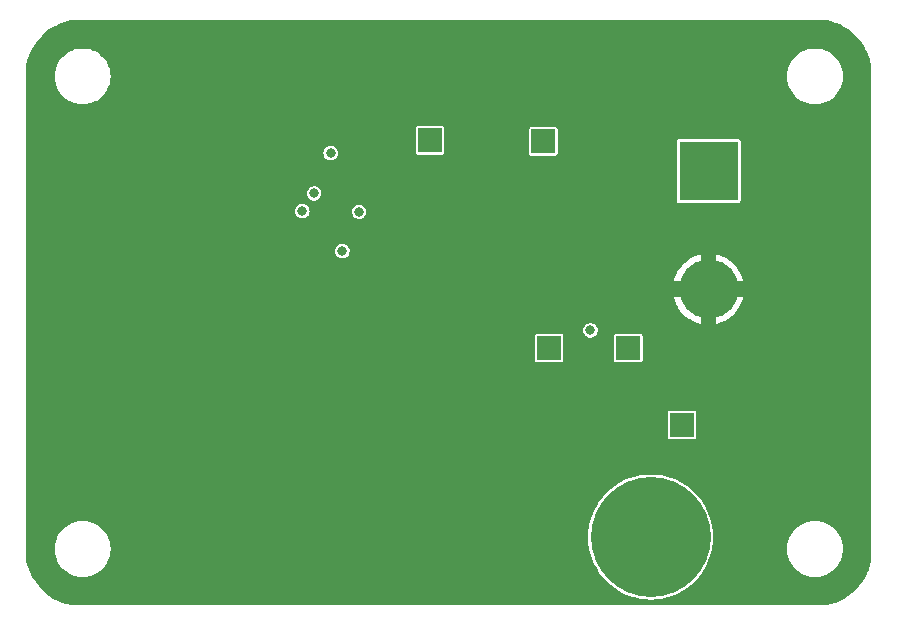
<source format=gbr>
%TF.GenerationSoftware,KiCad,Pcbnew,(6.0.8)*%
%TF.CreationDate,2023-02-08T15:19:57+01:00*%
%TF.ProjectId,power supply prototype,706f7765-7220-4737-9570-706c79207072,rev?*%
%TF.SameCoordinates,Original*%
%TF.FileFunction,Copper,L4,Bot*%
%TF.FilePolarity,Positive*%
%FSLAX46Y46*%
G04 Gerber Fmt 4.6, Leading zero omitted, Abs format (unit mm)*
G04 Created by KiCad (PCBNEW (6.0.8)) date 2023-02-08 15:19:57*
%MOMM*%
%LPD*%
G01*
G04 APERTURE LIST*
%TA.AperFunction,ComponentPad*%
%ADD10R,2.000000X2.000000*%
%TD*%
%TA.AperFunction,ComponentPad*%
%ADD11R,5.000000X5.000000*%
%TD*%
%TA.AperFunction,ComponentPad*%
%ADD12O,5.000000X5.000000*%
%TD*%
%TA.AperFunction,ComponentPad*%
%ADD13C,10.160000*%
%TD*%
%TA.AperFunction,ViaPad*%
%ADD14C,0.800000*%
%TD*%
G04 APERTURE END LIST*
D10*
%TO.P,TP4,1,1*%
%TO.N,/power supply/COMP*%
X134400000Y-78400000D03*
%TD*%
%TO.P,TP1,1,1*%
%TO.N,+BATT*%
X144000000Y-78500000D03*
%TD*%
%TO.P,TP5,1,1*%
%TO.N,Net-(L1-Pad2)*%
X144500000Y-96000000D03*
%TD*%
%TO.P,TP3,1,1*%
%TO.N,+5V*%
X155750000Y-102500000D03*
%TD*%
%TO.P,TP2,1,1*%
%TO.N,+5V*%
X151200000Y-96000000D03*
%TD*%
D11*
%TO.P,XT60,1,Pin_1*%
%TO.N,+BATT*%
X158000000Y-81000000D03*
D12*
%TO.P,XT60,2,Pin_2*%
%TO.N,-BATT*%
X158000000Y-91000000D03*
%TD*%
D13*
%TO.P,J1,2,Pin_2*%
%TO.N,+5V*%
X153100000Y-112000000D03*
%TO.P,J1,1,Pin_1*%
%TO.N,-BATT*%
X123130000Y-112000000D03*
%TD*%
D14*
%TO.N,-BATT*%
X136750000Y-77750000D03*
X136750000Y-79500000D03*
X138500000Y-90000000D03*
X137250000Y-90000000D03*
X136000000Y-90000000D03*
X134750000Y-90000000D03*
X139500000Y-88750000D03*
X139500000Y-87750000D03*
X138500000Y-88750000D03*
X138500000Y-87750000D03*
X137250000Y-88750000D03*
X137250000Y-87750000D03*
X136000000Y-88750000D03*
X136000000Y-87750000D03*
X134750000Y-88750000D03*
X134750000Y-87750000D03*
X133500000Y-88750000D03*
X133500000Y-87750000D03*
%TO.N,+5V*%
X148000000Y-94500000D03*
%TO.N,-BATT*%
X126400000Y-86800000D03*
X128500000Y-86800000D03*
X126900000Y-86000000D03*
X133400000Y-75900000D03*
X136700000Y-75900000D03*
X129000000Y-86000000D03*
X125800000Y-85900000D03*
X127400000Y-86800000D03*
X125300000Y-86700000D03*
X132100000Y-81200000D03*
X136800000Y-81800000D03*
X127900000Y-86000000D03*
%TO.N,/power supply/LX*%
X127000000Y-87800000D03*
X123600000Y-84400000D03*
%TO.N,+5V*%
X126000000Y-79500000D03*
%TO.N,/power supply/RESET*%
X124600000Y-82900000D03*
X128399248Y-84454917D03*
%TD*%
%TA.AperFunction,Conductor*%
%TO.N,-BATT*%
G36*
X167954854Y-68210550D02*
G01*
X167957286Y-68211646D01*
X167964113Y-68211474D01*
X167964119Y-68211475D01*
X167964197Y-68211473D01*
X167965455Y-68211608D01*
X167974977Y-68212559D01*
X167975758Y-68212717D01*
X167991462Y-68214406D01*
X168353278Y-68302716D01*
X168361668Y-68305141D01*
X168742622Y-68432822D01*
X168750778Y-68435943D01*
X169104228Y-68588470D01*
X169119670Y-68595134D01*
X169127536Y-68598928D01*
X169481765Y-68788506D01*
X169489285Y-68792946D01*
X169826366Y-69011580D01*
X169833488Y-69016636D01*
X170151042Y-69262784D01*
X170157710Y-69268417D01*
X170453494Y-69540343D01*
X170459657Y-69546506D01*
X170616108Y-69716683D01*
X170731580Y-69842286D01*
X170737216Y-69848958D01*
X170983364Y-70166512D01*
X170988420Y-70173634D01*
X171137325Y-70403209D01*
X171207054Y-70510715D01*
X171211491Y-70518230D01*
X171284869Y-70655337D01*
X171401072Y-70872464D01*
X171404865Y-70880328D01*
X171525107Y-71158962D01*
X171564057Y-71249221D01*
X171567178Y-71257378D01*
X171694859Y-71638332D01*
X171697284Y-71646722D01*
X171785464Y-72008003D01*
X171786992Y-72022447D01*
X171787508Y-72025052D01*
X171788423Y-72034377D01*
X171788205Y-72041974D01*
X171789439Y-72044736D01*
X171789493Y-72045289D01*
X171787215Y-89282935D01*
X171783955Y-113948817D01*
X171783908Y-113949282D01*
X171782803Y-113951735D01*
X171782976Y-113958609D01*
X171782975Y-113958616D01*
X171782976Y-113958647D01*
X171782921Y-113959162D01*
X171781899Y-113969379D01*
X171781733Y-113970200D01*
X171780043Y-113985913D01*
X171691731Y-114347724D01*
X171689306Y-114356113D01*
X171561621Y-114737071D01*
X171558503Y-114745220D01*
X171502721Y-114874483D01*
X171399311Y-115114109D01*
X171395517Y-115121976D01*
X171308876Y-115283865D01*
X171205932Y-115476217D01*
X171205931Y-115476218D01*
X171201491Y-115483737D01*
X171033434Y-115742839D01*
X170982858Y-115820814D01*
X170977803Y-115827933D01*
X170731662Y-116145476D01*
X170731657Y-116145482D01*
X170726027Y-116152147D01*
X170554180Y-116339072D01*
X170454110Y-116447922D01*
X170447935Y-116454098D01*
X170152137Y-116726038D01*
X170145502Y-116731642D01*
X169827921Y-116977813D01*
X169820814Y-116982858D01*
X169483737Y-117201490D01*
X169476218Y-117205930D01*
X169121966Y-117395522D01*
X169114117Y-117399307D01*
X168745224Y-117558502D01*
X168737067Y-117561623D01*
X168356116Y-117689305D01*
X168347727Y-117691730D01*
X167986448Y-117779913D01*
X167971994Y-117781443D01*
X167969358Y-117781965D01*
X167960100Y-117782873D01*
X167952473Y-117782655D01*
X167949698Y-117783894D01*
X167949139Y-117783949D01*
X104051168Y-117783949D01*
X104050706Y-117783903D01*
X104048265Y-117782803D01*
X104041413Y-117782975D01*
X104041412Y-117782975D01*
X104041353Y-117782976D01*
X104040396Y-117782873D01*
X104030594Y-117781894D01*
X104029795Y-117781733D01*
X104014087Y-117780043D01*
X103652276Y-117691731D01*
X103643887Y-117689306D01*
X103262929Y-117561621D01*
X103254777Y-117558502D01*
X103098968Y-117491263D01*
X102885891Y-117399311D01*
X102878024Y-117395517D01*
X102523782Y-117205931D01*
X102516262Y-117201490D01*
X102179186Y-116982858D01*
X102172065Y-116977802D01*
X102170851Y-116976861D01*
X101854512Y-116731652D01*
X101847847Y-116726022D01*
X101714083Y-116603047D01*
X101552077Y-116454109D01*
X101545902Y-116447935D01*
X101544508Y-116446418D01*
X101273962Y-116152137D01*
X101268358Y-116145502D01*
X101022187Y-115827921D01*
X101017142Y-115820814D01*
X100798510Y-115483737D01*
X100794069Y-115476217D01*
X100756266Y-115405583D01*
X100604478Y-115121966D01*
X100600693Y-115114117D01*
X100441497Y-114745222D01*
X100438377Y-114737067D01*
X100310695Y-114356116D01*
X100308270Y-114347727D01*
X100220087Y-113986448D01*
X100218557Y-113971988D01*
X100218041Y-113969386D01*
X100217127Y-113960073D01*
X100217345Y-113952473D01*
X100216111Y-113949709D01*
X100216056Y-113949152D01*
X100216171Y-113000000D01*
X102634435Y-113000000D01*
X102654673Y-113308768D01*
X102655337Y-113312104D01*
X102655337Y-113312107D01*
X102666970Y-113370587D01*
X102715040Y-113612253D01*
X102814503Y-113905263D01*
X102951361Y-114182782D01*
X103123271Y-114440065D01*
X103327293Y-114672707D01*
X103559935Y-114876729D01*
X103817218Y-115048639D01*
X103820264Y-115050141D01*
X103820269Y-115050144D01*
X103949975Y-115114108D01*
X104094737Y-115185497D01*
X104387747Y-115284960D01*
X104391082Y-115285623D01*
X104391088Y-115285625D01*
X104687893Y-115344663D01*
X104687896Y-115344663D01*
X104691232Y-115345327D01*
X104922724Y-115360500D01*
X105077276Y-115360500D01*
X105308768Y-115345327D01*
X105312104Y-115344663D01*
X105312107Y-115344663D01*
X105608912Y-115285625D01*
X105608918Y-115285623D01*
X105612253Y-115284960D01*
X105905263Y-115185497D01*
X106050025Y-115114108D01*
X106179731Y-115050144D01*
X106179736Y-115050141D01*
X106182782Y-115048639D01*
X106440065Y-114876729D01*
X106672707Y-114672707D01*
X106876729Y-114440065D01*
X106935590Y-114351974D01*
X107046748Y-114185613D01*
X107046749Y-114185612D01*
X107048639Y-114182783D01*
X107185497Y-113905263D01*
X107284960Y-113612253D01*
X107333031Y-113370587D01*
X107344663Y-113312107D01*
X107344663Y-113312104D01*
X107345327Y-113308768D01*
X107365565Y-113000000D01*
X107345327Y-112691232D01*
X107284960Y-112387747D01*
X107185497Y-112094737D01*
X107138778Y-112000000D01*
X147804460Y-112000000D01*
X147824611Y-112461537D01*
X147884911Y-112919561D01*
X147984901Y-113370587D01*
X148123820Y-113811181D01*
X148300611Y-114237992D01*
X148301656Y-114240000D01*
X148301660Y-114240008D01*
X148512878Y-114645754D01*
X148512883Y-114645763D01*
X148513928Y-114647770D01*
X148762148Y-115037397D01*
X148763522Y-115039188D01*
X148763530Y-115039199D01*
X149041998Y-115402105D01*
X149043381Y-115403907D01*
X149355488Y-115744512D01*
X149696093Y-116056619D01*
X149697891Y-116057999D01*
X149697895Y-116058002D01*
X150060801Y-116336470D01*
X150060812Y-116336478D01*
X150062603Y-116337852D01*
X150452230Y-116586072D01*
X150454237Y-116587117D01*
X150454246Y-116587122D01*
X150859992Y-116798340D01*
X150860000Y-116798344D01*
X150862008Y-116799389D01*
X151288819Y-116976180D01*
X151290973Y-116976859D01*
X151290978Y-116976861D01*
X151603506Y-117075401D01*
X151729413Y-117115099D01*
X152180439Y-117215089D01*
X152182683Y-117215384D01*
X152182692Y-117215386D01*
X152376484Y-117240899D01*
X152638463Y-117275389D01*
X153100000Y-117295540D01*
X153102267Y-117295441D01*
X153559270Y-117275488D01*
X153561537Y-117275389D01*
X153823516Y-117240899D01*
X154017308Y-117215386D01*
X154017317Y-117215384D01*
X154019561Y-117215089D01*
X154470587Y-117115099D01*
X154596494Y-117075401D01*
X154909022Y-116976861D01*
X154909027Y-116976859D01*
X154911181Y-116976180D01*
X155337992Y-116799389D01*
X155340000Y-116798344D01*
X155340008Y-116798340D01*
X155745754Y-116587122D01*
X155745763Y-116587117D01*
X155747770Y-116586072D01*
X156137397Y-116337852D01*
X156139188Y-116336478D01*
X156139199Y-116336470D01*
X156502105Y-116058002D01*
X156502109Y-116057999D01*
X156503907Y-116056619D01*
X156844512Y-115744512D01*
X157156619Y-115403907D01*
X157158002Y-115402105D01*
X157436470Y-115039199D01*
X157436478Y-115039188D01*
X157437852Y-115037397D01*
X157686072Y-114647770D01*
X157687117Y-114645763D01*
X157687122Y-114645754D01*
X157898340Y-114240008D01*
X157898344Y-114240000D01*
X157899389Y-114237992D01*
X158076180Y-113811181D01*
X158215099Y-113370587D01*
X158297256Y-113000000D01*
X164634435Y-113000000D01*
X164654673Y-113308768D01*
X164655337Y-113312104D01*
X164655337Y-113312107D01*
X164666970Y-113370587D01*
X164715040Y-113612253D01*
X164814503Y-113905263D01*
X164951361Y-114182782D01*
X165123271Y-114440065D01*
X165327293Y-114672707D01*
X165559935Y-114876729D01*
X165817218Y-115048639D01*
X165820264Y-115050141D01*
X165820269Y-115050144D01*
X165949975Y-115114108D01*
X166094737Y-115185497D01*
X166387747Y-115284960D01*
X166391082Y-115285623D01*
X166391088Y-115285625D01*
X166687893Y-115344663D01*
X166687896Y-115344663D01*
X166691232Y-115345327D01*
X166922724Y-115360500D01*
X167077276Y-115360500D01*
X167308768Y-115345327D01*
X167312104Y-115344663D01*
X167312107Y-115344663D01*
X167608912Y-115285625D01*
X167608918Y-115285623D01*
X167612253Y-115284960D01*
X167905263Y-115185497D01*
X168050025Y-115114108D01*
X168179731Y-115050144D01*
X168179736Y-115050141D01*
X168182782Y-115048639D01*
X168440065Y-114876729D01*
X168672707Y-114672707D01*
X168876729Y-114440065D01*
X168935590Y-114351974D01*
X169046748Y-114185613D01*
X169046749Y-114185612D01*
X169048639Y-114182783D01*
X169185497Y-113905263D01*
X169284960Y-113612253D01*
X169333031Y-113370587D01*
X169344663Y-113312107D01*
X169344663Y-113312104D01*
X169345327Y-113308768D01*
X169365565Y-113000000D01*
X169345327Y-112691232D01*
X169284960Y-112387747D01*
X169185497Y-112094737D01*
X169048639Y-111817218D01*
X168876729Y-111559935D01*
X168672707Y-111327293D01*
X168440065Y-111123271D01*
X168182782Y-110951361D01*
X168179736Y-110949859D01*
X168179731Y-110949856D01*
X168041685Y-110881779D01*
X167905263Y-110814503D01*
X167612253Y-110715040D01*
X167608918Y-110714377D01*
X167608912Y-110714375D01*
X167312107Y-110655337D01*
X167312104Y-110655337D01*
X167308768Y-110654673D01*
X167077276Y-110639500D01*
X166922724Y-110639500D01*
X166691232Y-110654673D01*
X166687896Y-110655337D01*
X166687893Y-110655337D01*
X166391088Y-110714375D01*
X166391082Y-110714377D01*
X166387747Y-110715040D01*
X166094737Y-110814503D01*
X165958315Y-110881779D01*
X165820269Y-110949856D01*
X165820264Y-110949859D01*
X165817218Y-110951361D01*
X165559935Y-111123271D01*
X165327293Y-111327293D01*
X165123271Y-111559935D01*
X164951361Y-111817217D01*
X164814503Y-112094737D01*
X164715040Y-112387747D01*
X164654673Y-112691232D01*
X164634435Y-113000000D01*
X158297256Y-113000000D01*
X158315089Y-112919561D01*
X158375389Y-112461537D01*
X158395540Y-112000000D01*
X158376450Y-111562766D01*
X158375488Y-111540730D01*
X158375389Y-111538463D01*
X158315089Y-111080439D01*
X158215099Y-110629413D01*
X158076180Y-110188819D01*
X157899389Y-109762008D01*
X157898340Y-109759992D01*
X157687122Y-109354246D01*
X157687117Y-109354237D01*
X157686072Y-109352230D01*
X157437852Y-108962603D01*
X157436478Y-108960812D01*
X157436470Y-108960801D01*
X157158002Y-108597895D01*
X157157999Y-108597891D01*
X157156619Y-108596093D01*
X156844512Y-108255488D01*
X156503907Y-107943381D01*
X156502105Y-107941998D01*
X156139199Y-107663530D01*
X156139188Y-107663522D01*
X156137397Y-107662148D01*
X155747770Y-107413928D01*
X155745763Y-107412883D01*
X155745754Y-107412878D01*
X155340008Y-107201660D01*
X155340000Y-107201656D01*
X155337992Y-107200611D01*
X154911181Y-107023820D01*
X154909027Y-107023141D01*
X154909022Y-107023139D01*
X154472737Y-106885579D01*
X154470587Y-106884901D01*
X154019561Y-106784911D01*
X154017317Y-106784616D01*
X154017308Y-106784614D01*
X153823516Y-106759101D01*
X153561537Y-106724611D01*
X153100000Y-106704460D01*
X152638463Y-106724611D01*
X152376484Y-106759101D01*
X152182692Y-106784614D01*
X152182683Y-106784616D01*
X152180439Y-106784911D01*
X151729413Y-106884901D01*
X151727263Y-106885579D01*
X151290978Y-107023139D01*
X151290973Y-107023141D01*
X151288819Y-107023820D01*
X150862008Y-107200611D01*
X150860000Y-107201656D01*
X150859992Y-107201660D01*
X150454246Y-107412878D01*
X150454237Y-107412883D01*
X150452230Y-107413928D01*
X150062603Y-107662148D01*
X150060812Y-107663522D01*
X150060801Y-107663530D01*
X149697895Y-107941998D01*
X149696093Y-107943381D01*
X149355488Y-108255488D01*
X149043381Y-108596093D01*
X149042001Y-108597891D01*
X149041998Y-108597895D01*
X148763530Y-108960801D01*
X148763522Y-108960812D01*
X148762148Y-108962603D01*
X148513928Y-109352230D01*
X148512883Y-109354237D01*
X148512878Y-109354246D01*
X148301660Y-109759992D01*
X148300611Y-109762008D01*
X148123820Y-110188819D01*
X147984901Y-110629413D01*
X147884911Y-111080439D01*
X147824611Y-111538463D01*
X147824512Y-111540730D01*
X147823550Y-111562766D01*
X147804460Y-112000000D01*
X107138778Y-112000000D01*
X107048639Y-111817218D01*
X106876729Y-111559935D01*
X106672707Y-111327293D01*
X106440065Y-111123271D01*
X106182782Y-110951361D01*
X106179736Y-110949859D01*
X106179731Y-110949856D01*
X106041685Y-110881779D01*
X105905263Y-110814503D01*
X105612253Y-110715040D01*
X105608918Y-110714377D01*
X105608912Y-110714375D01*
X105312107Y-110655337D01*
X105312104Y-110655337D01*
X105308768Y-110654673D01*
X105077276Y-110639500D01*
X104922724Y-110639500D01*
X104691232Y-110654673D01*
X104687896Y-110655337D01*
X104687893Y-110655337D01*
X104391088Y-110714375D01*
X104391082Y-110714377D01*
X104387747Y-110715040D01*
X104094737Y-110814503D01*
X103958315Y-110881779D01*
X103820269Y-110949856D01*
X103820264Y-110949859D01*
X103817218Y-110951361D01*
X103559935Y-111123271D01*
X103327293Y-111327293D01*
X103123271Y-111559935D01*
X102951361Y-111817217D01*
X102814503Y-112094737D01*
X102715040Y-112387747D01*
X102654673Y-112691232D01*
X102634435Y-113000000D01*
X100216171Y-113000000D01*
X100216244Y-112391088D01*
X100217561Y-101479267D01*
X154539500Y-101479267D01*
X154539501Y-103520732D01*
X154551713Y-103582133D01*
X154557401Y-103590646D01*
X154557402Y-103590648D01*
X154592549Y-103643248D01*
X154598238Y-103651762D01*
X154667867Y-103698287D01*
X154729267Y-103710500D01*
X155749800Y-103710500D01*
X156770732Y-103710499D01*
X156775739Y-103709503D01*
X156775741Y-103709503D01*
X156822088Y-103700285D01*
X156822089Y-103700285D01*
X156832133Y-103698287D01*
X156840646Y-103692599D01*
X156840648Y-103692598D01*
X156893248Y-103657451D01*
X156901762Y-103651762D01*
X156948287Y-103582133D01*
X156960500Y-103520733D01*
X156960499Y-101479268D01*
X156948287Y-101417867D01*
X156942599Y-101409354D01*
X156942598Y-101409352D01*
X156907451Y-101356752D01*
X156901762Y-101348238D01*
X156832133Y-101301713D01*
X156770733Y-101289500D01*
X155750200Y-101289500D01*
X154729268Y-101289501D01*
X154724261Y-101290497D01*
X154724259Y-101290497D01*
X154677912Y-101299715D01*
X154677911Y-101299715D01*
X154667867Y-101301713D01*
X154659354Y-101307401D01*
X154659352Y-101307402D01*
X154659351Y-101307403D01*
X154598238Y-101348238D01*
X154551713Y-101417867D01*
X154539500Y-101479267D01*
X100217561Y-101479267D01*
X100218346Y-94979267D01*
X143289500Y-94979267D01*
X143289501Y-97020732D01*
X143301713Y-97082133D01*
X143307401Y-97090646D01*
X143307402Y-97090648D01*
X143342549Y-97143248D01*
X143348238Y-97151762D01*
X143417867Y-97198287D01*
X143479267Y-97210500D01*
X144499800Y-97210500D01*
X145520732Y-97210499D01*
X145525739Y-97209503D01*
X145525741Y-97209503D01*
X145572088Y-97200285D01*
X145572089Y-97200285D01*
X145582133Y-97198287D01*
X145590646Y-97192599D01*
X145590648Y-97192598D01*
X145643248Y-97157451D01*
X145651762Y-97151762D01*
X145698287Y-97082133D01*
X145710500Y-97020733D01*
X145710499Y-94979268D01*
X145698287Y-94917867D01*
X145692599Y-94909354D01*
X145692598Y-94909352D01*
X145657451Y-94856752D01*
X145651762Y-94848238D01*
X145582133Y-94801713D01*
X145520733Y-94789500D01*
X144500200Y-94789500D01*
X143479268Y-94789501D01*
X143474261Y-94790497D01*
X143474259Y-94790497D01*
X143427912Y-94799715D01*
X143427911Y-94799715D01*
X143417867Y-94801713D01*
X143409354Y-94807401D01*
X143409352Y-94807402D01*
X143409351Y-94807403D01*
X143348238Y-94848238D01*
X143301713Y-94917867D01*
X143289500Y-94979267D01*
X100218346Y-94979267D01*
X100218405Y-94493560D01*
X147385050Y-94493560D01*
X147401265Y-94640432D01*
X147452045Y-94779197D01*
X147455542Y-94784401D01*
X147455543Y-94784403D01*
X147498439Y-94848238D01*
X147534460Y-94901843D01*
X147643751Y-95001291D01*
X147773609Y-95071798D01*
X147916537Y-95109294D01*
X147992614Y-95110489D01*
X148058015Y-95111517D01*
X148058019Y-95111517D01*
X148064283Y-95111615D01*
X148208318Y-95078627D01*
X148340327Y-95012233D01*
X148353139Y-95001291D01*
X148378926Y-94979267D01*
X149989500Y-94979267D01*
X149989501Y-97020732D01*
X150001713Y-97082133D01*
X150007401Y-97090646D01*
X150007402Y-97090648D01*
X150042549Y-97143248D01*
X150048238Y-97151762D01*
X150117867Y-97198287D01*
X150179267Y-97210500D01*
X151199800Y-97210500D01*
X152220732Y-97210499D01*
X152225739Y-97209503D01*
X152225741Y-97209503D01*
X152272088Y-97200285D01*
X152272089Y-97200285D01*
X152282133Y-97198287D01*
X152290646Y-97192599D01*
X152290648Y-97192598D01*
X152343248Y-97157451D01*
X152351762Y-97151762D01*
X152398287Y-97082133D01*
X152410500Y-97020733D01*
X152410499Y-94979268D01*
X152398287Y-94917867D01*
X152392599Y-94909354D01*
X152392598Y-94909352D01*
X152357451Y-94856752D01*
X152351762Y-94848238D01*
X152282133Y-94801713D01*
X152220733Y-94789500D01*
X151200200Y-94789500D01*
X150179268Y-94789501D01*
X150174261Y-94790497D01*
X150174259Y-94790497D01*
X150127912Y-94799715D01*
X150127911Y-94799715D01*
X150117867Y-94801713D01*
X150109354Y-94807401D01*
X150109352Y-94807402D01*
X150109351Y-94807403D01*
X150048238Y-94848238D01*
X150001713Y-94917867D01*
X149989500Y-94979267D01*
X148378926Y-94979267D01*
X148418772Y-94945235D01*
X148452688Y-94916268D01*
X148538915Y-94796271D01*
X148594029Y-94659170D01*
X148614849Y-94512879D01*
X148614984Y-94500000D01*
X148597232Y-94353306D01*
X148545001Y-94215080D01*
X148541453Y-94209917D01*
X148541451Y-94209914D01*
X148464856Y-94098469D01*
X148464855Y-94098468D01*
X148461306Y-94093304D01*
X148350980Y-93995006D01*
X148344092Y-93991359D01*
X148225933Y-93928797D01*
X148225931Y-93928796D01*
X148220391Y-93925863D01*
X148214311Y-93924336D01*
X148214309Y-93924335D01*
X148083157Y-93891392D01*
X148077078Y-93889865D01*
X148070812Y-93889832D01*
X148070810Y-93889832D01*
X148004840Y-93889487D01*
X147929315Y-93889092D01*
X147785634Y-93923587D01*
X147780066Y-93926461D01*
X147780063Y-93926462D01*
X147659899Y-93988483D01*
X147659895Y-93988485D01*
X147654328Y-93991359D01*
X147649604Y-93995480D01*
X147547699Y-94084376D01*
X147547696Y-94084379D01*
X147542978Y-94088495D01*
X147539377Y-94093619D01*
X147539374Y-94093622D01*
X147461617Y-94204259D01*
X147458012Y-94209389D01*
X147404337Y-94347060D01*
X147403519Y-94353275D01*
X147403518Y-94353278D01*
X147402695Y-94359533D01*
X147385050Y-94493560D01*
X100218405Y-94493560D01*
X100218746Y-91664451D01*
X155064420Y-91664451D01*
X155133612Y-91928195D01*
X155135465Y-91933896D01*
X155259295Y-92251507D01*
X155261781Y-92256937D01*
X155421303Y-92558219D01*
X155424404Y-92563339D01*
X155617486Y-92844275D01*
X155621156Y-92849007D01*
X155845258Y-93105901D01*
X155849437Y-93110168D01*
X156101586Y-93339606D01*
X156106223Y-93343361D01*
X156383061Y-93542290D01*
X156388129Y-93545506D01*
X156685986Y-93711291D01*
X156691378Y-93713897D01*
X157006316Y-93844349D01*
X157011980Y-93846321D01*
X157336226Y-93938685D01*
X157347595Y-93936945D01*
X157348311Y-93936237D01*
X157350000Y-93929280D01*
X157350000Y-93922389D01*
X158650000Y-93922389D01*
X158654330Y-93935715D01*
X158654667Y-93935960D01*
X158662780Y-93936491D01*
X158715784Y-93926668D01*
X158721591Y-93925241D01*
X159047406Y-93825007D01*
X159053034Y-93822914D01*
X159365175Y-93685894D01*
X159370503Y-93683179D01*
X159664839Y-93511183D01*
X159669816Y-93507877D01*
X159942435Y-93303188D01*
X159946996Y-93299334D01*
X160194288Y-93064664D01*
X160198370Y-93060316D01*
X160417046Y-92798782D01*
X160420614Y-92793979D01*
X160607773Y-92509055D01*
X160610765Y-92503873D01*
X160763937Y-92199326D01*
X160766317Y-92193826D01*
X160883464Y-91873704D01*
X160885200Y-91867953D01*
X160933681Y-91666017D01*
X160932631Y-91652677D01*
X160923140Y-91650000D01*
X158666471Y-91650000D01*
X158653145Y-91654330D01*
X158650000Y-91658659D01*
X158650000Y-93922389D01*
X157350000Y-93922389D01*
X157350000Y-91666471D01*
X157345670Y-91653145D01*
X157341341Y-91650000D01*
X155077100Y-91650000D01*
X155064721Y-91654022D01*
X155064420Y-91664451D01*
X100218746Y-91664451D01*
X100218907Y-90333870D01*
X155066021Y-90333870D01*
X155067548Y-90347697D01*
X155076235Y-90350000D01*
X157333529Y-90350000D01*
X157346855Y-90345670D01*
X157350000Y-90341341D01*
X157350000Y-90333529D01*
X158650000Y-90333529D01*
X158654330Y-90346855D01*
X158658659Y-90350000D01*
X160923658Y-90350000D01*
X160936984Y-90345670D01*
X160937401Y-90345095D01*
X160937942Y-90337467D01*
X160934003Y-90314902D01*
X160932640Y-90309090D01*
X160835819Y-89982228D01*
X160833787Y-89976585D01*
X160700047Y-89663038D01*
X160697378Y-89657661D01*
X160528480Y-89361549D01*
X160525222Y-89356533D01*
X160323411Y-89081800D01*
X160319589Y-89077180D01*
X160087544Y-88827472D01*
X160083208Y-88823313D01*
X159823989Y-88601919D01*
X159819235Y-88598310D01*
X159536278Y-88408171D01*
X159531126Y-88405124D01*
X159228197Y-88248771D01*
X159222737Y-88246340D01*
X158903836Y-88125837D01*
X158898144Y-88124053D01*
X158665974Y-88065736D01*
X158652805Y-88066633D01*
X158650000Y-88076384D01*
X158650000Y-90333529D01*
X157350000Y-90333529D01*
X157350000Y-88079421D01*
X157345755Y-88066357D01*
X157336489Y-88065896D01*
X157192634Y-88097261D01*
X157186893Y-88098864D01*
X156864368Y-88209289D01*
X156858822Y-88211552D01*
X156551131Y-88358313D01*
X156545893Y-88361193D01*
X156257113Y-88542344D01*
X156252226Y-88545817D01*
X155986184Y-88758957D01*
X155981734Y-88762965D01*
X155741950Y-89005273D01*
X155737993Y-89009761D01*
X155527646Y-89278026D01*
X155524234Y-89282935D01*
X155346106Y-89573613D01*
X155343289Y-89578865D01*
X155199748Y-89888100D01*
X155197553Y-89893643D01*
X155090514Y-90217301D01*
X155088962Y-90223093D01*
X155066021Y-90333870D01*
X100218907Y-90333870D01*
X100219213Y-87793560D01*
X126385050Y-87793560D01*
X126401265Y-87940432D01*
X126433521Y-88028576D01*
X126447178Y-88065896D01*
X126452045Y-88079197D01*
X126455542Y-88084401D01*
X126455543Y-88084403D01*
X126466939Y-88101361D01*
X126534460Y-88201843D01*
X126643751Y-88301291D01*
X126773609Y-88371798D01*
X126916537Y-88409294D01*
X126992614Y-88410489D01*
X127058015Y-88411517D01*
X127058019Y-88411517D01*
X127064283Y-88411615D01*
X127208318Y-88378627D01*
X127340327Y-88312233D01*
X127353139Y-88301291D01*
X127447919Y-88220341D01*
X127452688Y-88216268D01*
X127538915Y-88096271D01*
X127546910Y-88076384D01*
X127591690Y-87964989D01*
X127591690Y-87964987D01*
X127594029Y-87959170D01*
X127614849Y-87812879D01*
X127614984Y-87800000D01*
X127597232Y-87653306D01*
X127545001Y-87515080D01*
X127541453Y-87509917D01*
X127541451Y-87509914D01*
X127464856Y-87398469D01*
X127464855Y-87398468D01*
X127461306Y-87393304D01*
X127350980Y-87295006D01*
X127344092Y-87291359D01*
X127225933Y-87228797D01*
X127225931Y-87228796D01*
X127220391Y-87225863D01*
X127214311Y-87224336D01*
X127214309Y-87224335D01*
X127083157Y-87191392D01*
X127077078Y-87189865D01*
X127070812Y-87189832D01*
X127070810Y-87189832D01*
X127004840Y-87189487D01*
X126929315Y-87189092D01*
X126785634Y-87223587D01*
X126780066Y-87226461D01*
X126780063Y-87226462D01*
X126659899Y-87288483D01*
X126659895Y-87288485D01*
X126654328Y-87291359D01*
X126649604Y-87295480D01*
X126547699Y-87384376D01*
X126547696Y-87384379D01*
X126542978Y-87388495D01*
X126539377Y-87393619D01*
X126539374Y-87393622D01*
X126461617Y-87504259D01*
X126458012Y-87509389D01*
X126404337Y-87647060D01*
X126403519Y-87653275D01*
X126403518Y-87653278D01*
X126402695Y-87659533D01*
X126385050Y-87793560D01*
X100219213Y-87793560D01*
X100219623Y-84393560D01*
X122985050Y-84393560D01*
X123001265Y-84540432D01*
X123052045Y-84679197D01*
X123055542Y-84684401D01*
X123055543Y-84684403D01*
X123096514Y-84745373D01*
X123134460Y-84801843D01*
X123243751Y-84901291D01*
X123373609Y-84971798D01*
X123516537Y-85009294D01*
X123592614Y-85010489D01*
X123658015Y-85011517D01*
X123658019Y-85011517D01*
X123664283Y-85011615D01*
X123808318Y-84978627D01*
X123940327Y-84912233D01*
X123953139Y-84901291D01*
X124047919Y-84820341D01*
X124052688Y-84816268D01*
X124138915Y-84696271D01*
X124169614Y-84619906D01*
X124191690Y-84564989D01*
X124191690Y-84564987D01*
X124194029Y-84559170D01*
X124209783Y-84448477D01*
X127784298Y-84448477D01*
X127800513Y-84595349D01*
X127851293Y-84734114D01*
X127854790Y-84739318D01*
X127854791Y-84739320D01*
X127899640Y-84806061D01*
X127933708Y-84856760D01*
X128042999Y-84956208D01*
X128172857Y-85026715D01*
X128315785Y-85064211D01*
X128391862Y-85065406D01*
X128457263Y-85066434D01*
X128457267Y-85066434D01*
X128463531Y-85066532D01*
X128607566Y-85033544D01*
X128739575Y-84967150D01*
X128752387Y-84956208D01*
X128847167Y-84875258D01*
X128851936Y-84871185D01*
X128938163Y-84751188D01*
X128958194Y-84701361D01*
X128990938Y-84619906D01*
X128990938Y-84619904D01*
X128993277Y-84614087D01*
X129014097Y-84467796D01*
X129014232Y-84454917D01*
X128996480Y-84308223D01*
X128944249Y-84169997D01*
X128940701Y-84164834D01*
X128940699Y-84164831D01*
X128864104Y-84053386D01*
X128864103Y-84053385D01*
X128860554Y-84048221D01*
X128850534Y-84039293D01*
X128754912Y-83954096D01*
X128754910Y-83954095D01*
X128750228Y-83949923D01*
X128743340Y-83946276D01*
X128625181Y-83883714D01*
X128625179Y-83883713D01*
X128619639Y-83880780D01*
X128613559Y-83879253D01*
X128613557Y-83879252D01*
X128482405Y-83846309D01*
X128476326Y-83844782D01*
X128470060Y-83844749D01*
X128470058Y-83844749D01*
X128404088Y-83844404D01*
X128328563Y-83844009D01*
X128184882Y-83878504D01*
X128179314Y-83881378D01*
X128179311Y-83881379D01*
X128059147Y-83943400D01*
X128059143Y-83943402D01*
X128053576Y-83946276D01*
X128048852Y-83950397D01*
X127946947Y-84039293D01*
X127946944Y-84039296D01*
X127942226Y-84043412D01*
X127938625Y-84048536D01*
X127938622Y-84048539D01*
X127860865Y-84159176D01*
X127857260Y-84164306D01*
X127803585Y-84301977D01*
X127802767Y-84308192D01*
X127802766Y-84308195D01*
X127785116Y-84442262D01*
X127784298Y-84448477D01*
X124209783Y-84448477D01*
X124214849Y-84412879D01*
X124214984Y-84400000D01*
X124203874Y-84308195D01*
X124197986Y-84259533D01*
X124197985Y-84259529D01*
X124197232Y-84253306D01*
X124145001Y-84115080D01*
X124141453Y-84109917D01*
X124141451Y-84109914D01*
X124064856Y-83998469D01*
X124064855Y-83998468D01*
X124061306Y-83993304D01*
X124051286Y-83984376D01*
X123955664Y-83899179D01*
X123955662Y-83899178D01*
X123950980Y-83895006D01*
X123944092Y-83891359D01*
X123825933Y-83828797D01*
X123825931Y-83828796D01*
X123820391Y-83825863D01*
X123814311Y-83824336D01*
X123814309Y-83824335D01*
X123683157Y-83791392D01*
X123677078Y-83789865D01*
X123670812Y-83789832D01*
X123670810Y-83789832D01*
X123604840Y-83789487D01*
X123529315Y-83789092D01*
X123385634Y-83823587D01*
X123380066Y-83826461D01*
X123380063Y-83826462D01*
X123259899Y-83888483D01*
X123259895Y-83888485D01*
X123254328Y-83891359D01*
X123249604Y-83895480D01*
X123147699Y-83984376D01*
X123147696Y-83984379D01*
X123142978Y-83988495D01*
X123139377Y-83993619D01*
X123139374Y-83993622D01*
X123061617Y-84104259D01*
X123058012Y-84109389D01*
X123004337Y-84247060D01*
X123003519Y-84253275D01*
X123003518Y-84253278D01*
X122995465Y-84314450D01*
X122985050Y-84393560D01*
X100219623Y-84393560D01*
X100219804Y-82893560D01*
X123985050Y-82893560D01*
X124001265Y-83040432D01*
X124052045Y-83179197D01*
X124055542Y-83184401D01*
X124055543Y-83184403D01*
X124066939Y-83201361D01*
X124134460Y-83301843D01*
X124243751Y-83401291D01*
X124373609Y-83471798D01*
X124516537Y-83509294D01*
X124592614Y-83510489D01*
X124658015Y-83511517D01*
X124658019Y-83511517D01*
X124664283Y-83511615D01*
X124808318Y-83478627D01*
X124940327Y-83412233D01*
X124953139Y-83401291D01*
X125047919Y-83320341D01*
X125052688Y-83316268D01*
X125138915Y-83196271D01*
X125194029Y-83059170D01*
X125214849Y-82912879D01*
X125214984Y-82900000D01*
X125197232Y-82753306D01*
X125145001Y-82615080D01*
X125141453Y-82609917D01*
X125141451Y-82609914D01*
X125064856Y-82498469D01*
X125064855Y-82498468D01*
X125061306Y-82493304D01*
X124950980Y-82395006D01*
X124944092Y-82391359D01*
X124825933Y-82328797D01*
X124825931Y-82328796D01*
X124820391Y-82325863D01*
X124814311Y-82324336D01*
X124814309Y-82324335D01*
X124683157Y-82291392D01*
X124677078Y-82289865D01*
X124670812Y-82289832D01*
X124670810Y-82289832D01*
X124604840Y-82289487D01*
X124529315Y-82289092D01*
X124385634Y-82323587D01*
X124380066Y-82326461D01*
X124380063Y-82326462D01*
X124259899Y-82388483D01*
X124259895Y-82388485D01*
X124254328Y-82391359D01*
X124249604Y-82395480D01*
X124147699Y-82484376D01*
X124147696Y-82484379D01*
X124142978Y-82488495D01*
X124139377Y-82493619D01*
X124139374Y-82493622D01*
X124061617Y-82604259D01*
X124058012Y-82609389D01*
X124004337Y-82747060D01*
X124003519Y-82753275D01*
X124003518Y-82753278D01*
X124002695Y-82759533D01*
X123985050Y-82893560D01*
X100219804Y-82893560D01*
X100220214Y-79493560D01*
X125385050Y-79493560D01*
X125401265Y-79640432D01*
X125452045Y-79779197D01*
X125455542Y-79784401D01*
X125455543Y-79784403D01*
X125466939Y-79801361D01*
X125534460Y-79901843D01*
X125643751Y-80001291D01*
X125773609Y-80071798D01*
X125916537Y-80109294D01*
X125992614Y-80110489D01*
X126058015Y-80111517D01*
X126058019Y-80111517D01*
X126064283Y-80111615D01*
X126208318Y-80078627D01*
X126340327Y-80012233D01*
X126353139Y-80001291D01*
X126447919Y-79920341D01*
X126452688Y-79916268D01*
X126538915Y-79796271D01*
X126573796Y-79709503D01*
X126591690Y-79664989D01*
X126591690Y-79664987D01*
X126594029Y-79659170D01*
X126601098Y-79609504D01*
X126614369Y-79516251D01*
X126614849Y-79512879D01*
X126614984Y-79500000D01*
X126605392Y-79420733D01*
X126597986Y-79359533D01*
X126597985Y-79359529D01*
X126597232Y-79353306D01*
X126545001Y-79215080D01*
X126541453Y-79209917D01*
X126541451Y-79209914D01*
X126464856Y-79098469D01*
X126464855Y-79098468D01*
X126461306Y-79093304D01*
X126350980Y-78995006D01*
X126344092Y-78991359D01*
X126225933Y-78928797D01*
X126225931Y-78928796D01*
X126220391Y-78925863D01*
X126214311Y-78924336D01*
X126214309Y-78924335D01*
X126083157Y-78891392D01*
X126077078Y-78889865D01*
X126070812Y-78889832D01*
X126070810Y-78889832D01*
X126004840Y-78889487D01*
X125929315Y-78889092D01*
X125785634Y-78923587D01*
X125780066Y-78926461D01*
X125780063Y-78926462D01*
X125659899Y-78988483D01*
X125659895Y-78988485D01*
X125654328Y-78991359D01*
X125649604Y-78995480D01*
X125547699Y-79084376D01*
X125547696Y-79084379D01*
X125542978Y-79088495D01*
X125539377Y-79093619D01*
X125539374Y-79093622D01*
X125461617Y-79204259D01*
X125458012Y-79209389D01*
X125404337Y-79347060D01*
X125403519Y-79353275D01*
X125403518Y-79353278D01*
X125394638Y-79420732D01*
X125385050Y-79493560D01*
X100220214Y-79493560D01*
X100220469Y-77379267D01*
X133189500Y-77379267D01*
X133189501Y-79420732D01*
X133201713Y-79482133D01*
X133207401Y-79490646D01*
X133207402Y-79490648D01*
X133222257Y-79512879D01*
X133248238Y-79551762D01*
X133317867Y-79598287D01*
X133379267Y-79610500D01*
X134399800Y-79610500D01*
X135420732Y-79610499D01*
X135425739Y-79609503D01*
X135425741Y-79609503D01*
X135472088Y-79600285D01*
X135472089Y-79600285D01*
X135482133Y-79598287D01*
X135490646Y-79592599D01*
X135490648Y-79592598D01*
X135543248Y-79557451D01*
X135551762Y-79551762D01*
X135598287Y-79482133D01*
X135610500Y-79420733D01*
X135610499Y-77479267D01*
X142789500Y-77479267D01*
X142789501Y-79520732D01*
X142790497Y-79525738D01*
X142790497Y-79525741D01*
X142796804Y-79557451D01*
X142801713Y-79582133D01*
X142807401Y-79590646D01*
X142807402Y-79590648D01*
X142820667Y-79610500D01*
X142848238Y-79651762D01*
X142917867Y-79698287D01*
X142979267Y-79710500D01*
X143999800Y-79710500D01*
X145020732Y-79710499D01*
X145025739Y-79709503D01*
X145025741Y-79709503D01*
X145072088Y-79700285D01*
X145072089Y-79700285D01*
X145082133Y-79698287D01*
X145090646Y-79692599D01*
X145090648Y-79692598D01*
X145143248Y-79657451D01*
X145151762Y-79651762D01*
X145198287Y-79582133D01*
X145210500Y-79520733D01*
X145210499Y-78479267D01*
X155289500Y-78479267D01*
X155289501Y-83520732D01*
X155301713Y-83582133D01*
X155307401Y-83590646D01*
X155307402Y-83590648D01*
X155342549Y-83643248D01*
X155348238Y-83651762D01*
X155417867Y-83698287D01*
X155479267Y-83710500D01*
X157999753Y-83710500D01*
X160520732Y-83710499D01*
X160525739Y-83709503D01*
X160525741Y-83709503D01*
X160572088Y-83700285D01*
X160572089Y-83700285D01*
X160582133Y-83698287D01*
X160590646Y-83692599D01*
X160590648Y-83692598D01*
X160643248Y-83657451D01*
X160651762Y-83651762D01*
X160698287Y-83582133D01*
X160710500Y-83520733D01*
X160710499Y-78479268D01*
X160698287Y-78417867D01*
X160692599Y-78409354D01*
X160692598Y-78409352D01*
X160657451Y-78356752D01*
X160651762Y-78348238D01*
X160582133Y-78301713D01*
X160520733Y-78289500D01*
X158000247Y-78289500D01*
X155479268Y-78289501D01*
X155474261Y-78290497D01*
X155474259Y-78290497D01*
X155427912Y-78299715D01*
X155427911Y-78299715D01*
X155417867Y-78301713D01*
X155409354Y-78307401D01*
X155409352Y-78307402D01*
X155409351Y-78307403D01*
X155348238Y-78348238D01*
X155301713Y-78417867D01*
X155289500Y-78479267D01*
X145210499Y-78479267D01*
X145210499Y-77479268D01*
X145198287Y-77417867D01*
X145192599Y-77409354D01*
X145192598Y-77409352D01*
X145157451Y-77356752D01*
X145151762Y-77348238D01*
X145082133Y-77301713D01*
X145020733Y-77289500D01*
X144000200Y-77289500D01*
X142979268Y-77289501D01*
X142974261Y-77290497D01*
X142974259Y-77290497D01*
X142927912Y-77299715D01*
X142927911Y-77299715D01*
X142917867Y-77301713D01*
X142909354Y-77307401D01*
X142909352Y-77307402D01*
X142856752Y-77342549D01*
X142848238Y-77348238D01*
X142801713Y-77417867D01*
X142789500Y-77479267D01*
X135610499Y-77479267D01*
X135610499Y-77379268D01*
X135604328Y-77348238D01*
X135600285Y-77327912D01*
X135600285Y-77327911D01*
X135598287Y-77317867D01*
X135592599Y-77309354D01*
X135592598Y-77309352D01*
X135557451Y-77256752D01*
X135551762Y-77248238D01*
X135482133Y-77201713D01*
X135420733Y-77189500D01*
X134400200Y-77189500D01*
X133379268Y-77189501D01*
X133374261Y-77190497D01*
X133374259Y-77190497D01*
X133327912Y-77199715D01*
X133327911Y-77199715D01*
X133317867Y-77201713D01*
X133309354Y-77207401D01*
X133309352Y-77207402D01*
X133309351Y-77207403D01*
X133248238Y-77248238D01*
X133201713Y-77317867D01*
X133189500Y-77379267D01*
X100220469Y-77379267D01*
X100220998Y-73000000D01*
X102634435Y-73000000D01*
X102654673Y-73308768D01*
X102715040Y-73612253D01*
X102814503Y-73905263D01*
X102951361Y-74182782D01*
X103123271Y-74440065D01*
X103327293Y-74672707D01*
X103559935Y-74876729D01*
X103817218Y-75048639D01*
X103820264Y-75050141D01*
X103820269Y-75050144D01*
X103958315Y-75118221D01*
X104094737Y-75185497D01*
X104387747Y-75284960D01*
X104391082Y-75285623D01*
X104391088Y-75285625D01*
X104687893Y-75344663D01*
X104687896Y-75344663D01*
X104691232Y-75345327D01*
X104922724Y-75360500D01*
X105077276Y-75360500D01*
X105308768Y-75345327D01*
X105312104Y-75344663D01*
X105312107Y-75344663D01*
X105608912Y-75285625D01*
X105608918Y-75285623D01*
X105612253Y-75284960D01*
X105905263Y-75185497D01*
X106041685Y-75118221D01*
X106179731Y-75050144D01*
X106179736Y-75050141D01*
X106182782Y-75048639D01*
X106440065Y-74876729D01*
X106672707Y-74672707D01*
X106876729Y-74440065D01*
X107048639Y-74182783D01*
X107185497Y-73905263D01*
X107284960Y-73612253D01*
X107345327Y-73308768D01*
X107365565Y-73000000D01*
X164634435Y-73000000D01*
X164654673Y-73308768D01*
X164715040Y-73612253D01*
X164814503Y-73905263D01*
X164951361Y-74182782D01*
X165123271Y-74440065D01*
X165327293Y-74672707D01*
X165559935Y-74876729D01*
X165817218Y-75048639D01*
X165820264Y-75050141D01*
X165820269Y-75050144D01*
X165958315Y-75118221D01*
X166094737Y-75185497D01*
X166387747Y-75284960D01*
X166391082Y-75285623D01*
X166391088Y-75285625D01*
X166687893Y-75344663D01*
X166687896Y-75344663D01*
X166691232Y-75345327D01*
X166922724Y-75360500D01*
X167077276Y-75360500D01*
X167308768Y-75345327D01*
X167312104Y-75344663D01*
X167312107Y-75344663D01*
X167608912Y-75285625D01*
X167608918Y-75285623D01*
X167612253Y-75284960D01*
X167905263Y-75185497D01*
X168041685Y-75118221D01*
X168179731Y-75050144D01*
X168179736Y-75050141D01*
X168182782Y-75048639D01*
X168440065Y-74876729D01*
X168672707Y-74672707D01*
X168876729Y-74440065D01*
X169048639Y-74182783D01*
X169185497Y-73905263D01*
X169284960Y-73612253D01*
X169345327Y-73308768D01*
X169365565Y-73000000D01*
X169345327Y-72691232D01*
X169284960Y-72387747D01*
X169185497Y-72094737D01*
X169048639Y-71817218D01*
X168876729Y-71559935D01*
X168672707Y-71327293D01*
X168588263Y-71253237D01*
X168480763Y-71158962D01*
X168440065Y-71123271D01*
X168182782Y-70951361D01*
X168179736Y-70949859D01*
X168179731Y-70949856D01*
X168022796Y-70872464D01*
X167905263Y-70814503D01*
X167612253Y-70715040D01*
X167608918Y-70714377D01*
X167608912Y-70714375D01*
X167312107Y-70655337D01*
X167312104Y-70655337D01*
X167308768Y-70654673D01*
X167077276Y-70639500D01*
X166922724Y-70639500D01*
X166691232Y-70654673D01*
X166687896Y-70655337D01*
X166687893Y-70655337D01*
X166391088Y-70714375D01*
X166391082Y-70714377D01*
X166387747Y-70715040D01*
X166094737Y-70814503D01*
X165977204Y-70872464D01*
X165820269Y-70949856D01*
X165820264Y-70949859D01*
X165817218Y-70951361D01*
X165559935Y-71123271D01*
X165519237Y-71158962D01*
X165411738Y-71253237D01*
X165327293Y-71327293D01*
X165123271Y-71559935D01*
X165121382Y-71562762D01*
X165121379Y-71562766D01*
X164975070Y-71781734D01*
X164951361Y-71817217D01*
X164814503Y-72094737D01*
X164715040Y-72387747D01*
X164654673Y-72691232D01*
X164634435Y-73000000D01*
X107365565Y-73000000D01*
X107345327Y-72691232D01*
X107284960Y-72387747D01*
X107185497Y-72094737D01*
X107048639Y-71817218D01*
X106876729Y-71559935D01*
X106672707Y-71327293D01*
X106588263Y-71253237D01*
X106480763Y-71158962D01*
X106440065Y-71123271D01*
X106182782Y-70951361D01*
X106179736Y-70949859D01*
X106179731Y-70949856D01*
X106022796Y-70872464D01*
X105905263Y-70814503D01*
X105612253Y-70715040D01*
X105608918Y-70714377D01*
X105608912Y-70714375D01*
X105312107Y-70655337D01*
X105312104Y-70655337D01*
X105308768Y-70654673D01*
X105077276Y-70639500D01*
X104922724Y-70639500D01*
X104691232Y-70654673D01*
X104687896Y-70655337D01*
X104687893Y-70655337D01*
X104391088Y-70714375D01*
X104391082Y-70714377D01*
X104387747Y-70715040D01*
X104094737Y-70814503D01*
X103977204Y-70872464D01*
X103820269Y-70949856D01*
X103820264Y-70949859D01*
X103817218Y-70951361D01*
X103559935Y-71123271D01*
X103519237Y-71158962D01*
X103411738Y-71253237D01*
X103327293Y-71327293D01*
X103123271Y-71559935D01*
X103121382Y-71562762D01*
X103121379Y-71562766D01*
X102975070Y-71781734D01*
X102951361Y-71817217D01*
X102814503Y-72094737D01*
X102715040Y-72387747D01*
X102654673Y-72691232D01*
X102634435Y-73000000D01*
X100220998Y-73000000D01*
X100221116Y-72021826D01*
X100224081Y-71997187D01*
X100308267Y-71652272D01*
X100310692Y-71643882D01*
X100438373Y-71262928D01*
X100441494Y-71254771D01*
X100482839Y-71158962D01*
X100600686Y-70885878D01*
X100604479Y-70878014D01*
X100639054Y-70813411D01*
X100794060Y-70523780D01*
X100798497Y-70516265D01*
X100873006Y-70401391D01*
X101017131Y-70179184D01*
X101022187Y-70172062D01*
X101268340Y-69854503D01*
X101273976Y-69847832D01*
X101545888Y-69552063D01*
X101552064Y-69545887D01*
X101847832Y-69273976D01*
X101854503Y-69268340D01*
X102172063Y-69022186D01*
X102179185Y-69017130D01*
X102516265Y-68798497D01*
X102523785Y-68794057D01*
X102878015Y-68604479D01*
X102885881Y-68600685D01*
X102889953Y-68598928D01*
X103254773Y-68441494D01*
X103262929Y-68438373D01*
X103643883Y-68310691D01*
X103652273Y-68308266D01*
X104013553Y-68220087D01*
X104028008Y-68218557D01*
X104030664Y-68218031D01*
X104039881Y-68217126D01*
X104047525Y-68217345D01*
X104050308Y-68216102D01*
X104050871Y-68216047D01*
X139249926Y-68212994D01*
X167954394Y-68210504D01*
X167954854Y-68210550D01*
G37*
%TD.AperFunction*%
%TD*%
M02*

</source>
